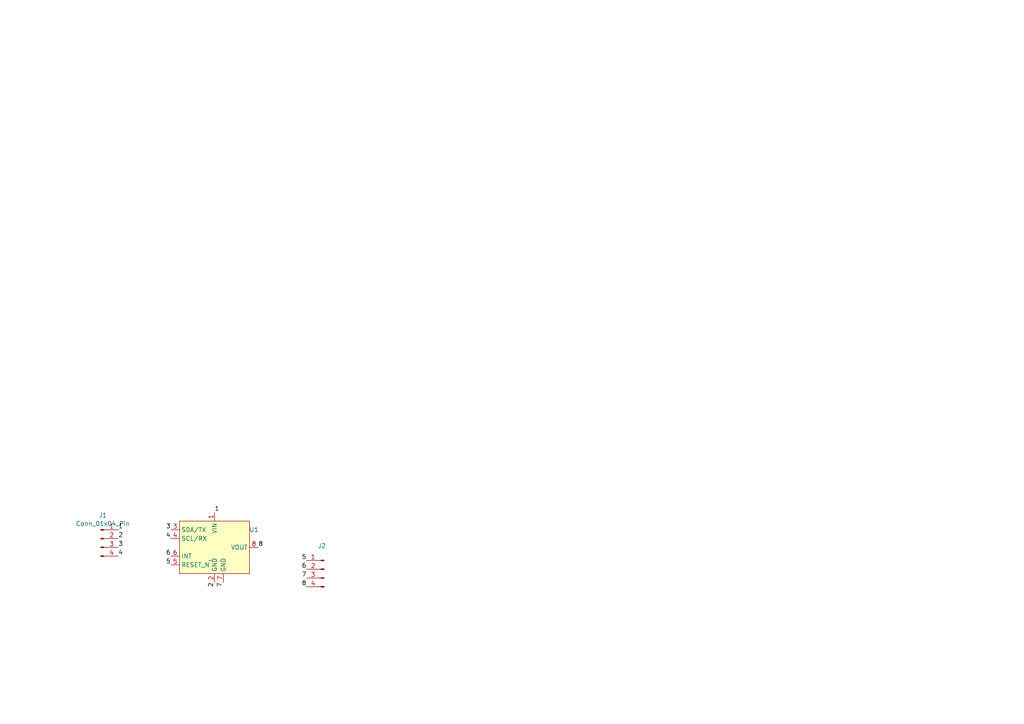
<source format=kicad_sch>
(kicad_sch (version 20230121) (generator eeschema)
  (paper "A4")
  (lib_symbols
    (symbol "Connector:Conn_01x04_Pin" (pin_names (offset 1.016) hide)
      (property "Reference" "J" (at 0 5.08 0))
      (property "Value" "Conn_01x04_Pin" (at 0 -7.62 0))
      (symbol "Conn_01x04_Pin_1_1"
        (polyline (pts (xy 1.27 -5.08) (xy 0.8636 -5.08)) (stroke (width 0.1524)))
        (polyline (pts (xy 1.27 -2.54) (xy 0.8636 -2.54)) (stroke (width 0.1524)))
        (polyline (pts (xy 1.27 0) (xy 0.8636 0)) (stroke (width 0.1524)))
        (polyline (pts (xy 1.27 2.54) (xy 0.8636 2.54)) (stroke (width 0.1524)))
        (rectangle (start 0.8636 -4.953) (end 0 -5.207) (stroke (width 0.1524)) (fill (type outline)))
        (rectangle (start 0.8636 -2.413) (end 0 -2.667) (stroke (width 0.1524)) (fill (type outline)))
        (rectangle (start 0.8636 0.127) (end 0 -0.127) (stroke (width 0.1524)) (fill (type outline)))
        (rectangle (start 0.8636 2.667) (end 0 2.413) (stroke (width 0.1524)) (fill (type outline)))
        (pin passive line (at 5.08 2.54 180) (length 3.81) (name "Pin_1") (number "1"))
        (pin passive line (at 5.08 0 180) (length 3.81) (name "Pin_2") (number "2"))
        (pin passive line (at 5.08 -2.54 180) (length 3.81) (name "Pin_3") (number "3"))
        (pin passive line (at 5.08 -5.08 180) (length 3.81) (name "Pin_4") (number "4"))
      )
    )
    (symbol "balloon_lib:BNO055"
      (property "Reference" "U" (at 6.35 -8.89 0))
      (symbol "BNO055_1_1"
        (rectangle (start -8.89 7.62) (end 11.43 -7.62) (fill (type background)))
        (pin power_in line (at 1.27 10.16 270) (length 2.54) (name "VIN") (number "1"))
        (pin passive line (at 1.27 -10.16 90) (length 2.54) (name "GND") (number "2"))
        (pin bidirectional line (at -11.43 5.08 0) (length 2.54) (name "SDA/TX") (number "3"))
        (pin bidirectional line (at -11.43 2.54 0) (length 2.54) (name "SCL/RX") (number "4"))
        (pin passive line (at -11.43 -5.08 0) (length 2.54) (name "RESET_N") (number "5"))
        (pin output line (at -11.43 -2.54 0) (length 2.54) (name "INT") (number "6"))
        (pin passive line (at 3.81 -10.16 90) (length 2.54) (name "GND") (number "7"))
        (pin power_out line (at 13.97 0 180) (length 2.54) (name "VOUT") (number "8"))
      )
    )
  )
  (label "4" (at 49.53 156.21 180))
  (label "8" (at 88.9 170.18 180))
  (label "7" (at 88.9 167.64 180))
  (label "1" (at 34.29 153.67 0))
  (label "8" (at 74.93 158.75 0))
  (label "2" (at 62.23 168.91 270))
  (label "6" (at 49.53 161.29 180))
  (label "6" (at 88.9 165.1 180))
  (label "1" (at 62.23 148.59 0))
  (label "7" (at 64.77 168.91 270))
  (label "4" (at 34.29 161.29 0))
  (label "2" (at 34.29 156.21 0))
  (label "3" (at 34.29 158.75 0))
  (label "5" (at 49.53 163.83 180))
  (label "5" (at 88.9 162.56 180))
  (label "3" (at 49.53 153.67 180))
  (symbol (lib_id "balloon_lib:BNO055") (at 60.96 158.75 0) (unit 1)
    (property "Reference" "U1" (at 73.66 153.67 0))
    (property "Value" "~" (at 60.96 162.56 0))
    (property "Footprint" "balloon:AE-BNO055" (effects hide))
  )
  (symbol (lib_id "Connector:Conn_01x04_Pin") (at 93.98 165.1 0) (mirror y) (unit 1)
    (property "Reference" "J2" (at 93.345 158.3395 0))
    (property "Value" "Conn_01x04_Pin" (effects hide))
    (property "Footprint" "Connector_PinHeader_2.54mm:PinHeader_1x04_P2.54mm_Vertical" (effects hide))
  )
  (symbol (lib_id "Connector:Conn_01x04_Pin") (at 29.21 156.21 0) (unit 1)
    (property "Reference" "J1" (at 29.845 149.4495 0))
    (property "Value" "Conn_01x04_Pin" (at 29.845 151.8737 0))
    (property "Footprint" "Connector_PinHeader_2.54mm:PinHeader_1x04_P2.54mm_Vertical" (effects hide))
  )
)
</source>
